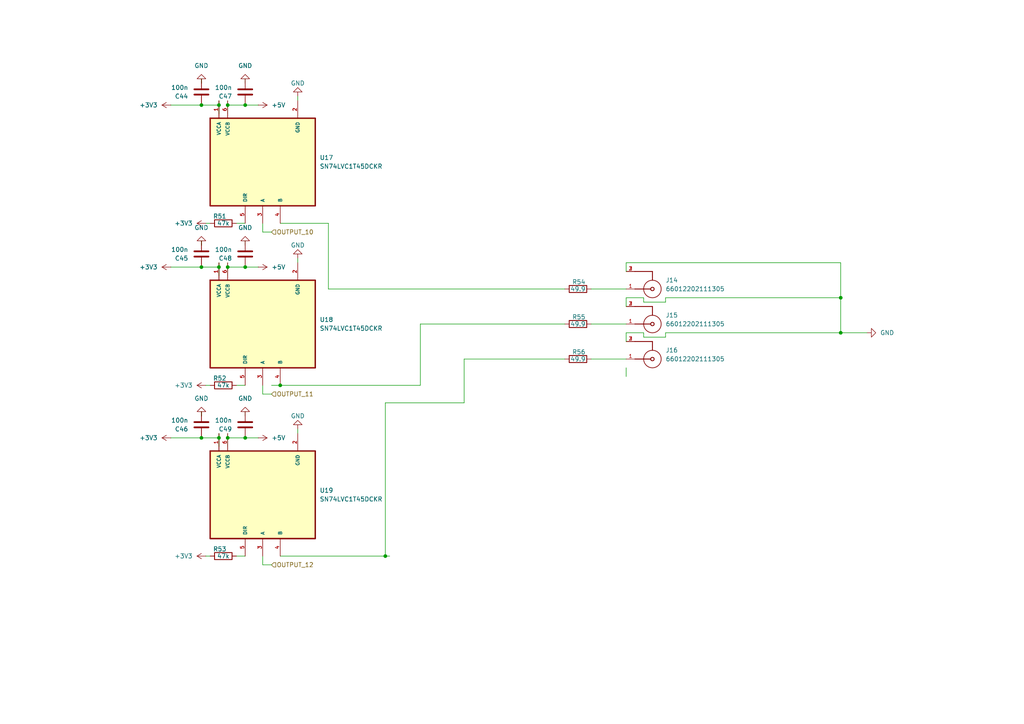
<source format=kicad_sch>
(kicad_sch (version 20250114) (generator "eeschema") (generator_version "9.0")
  (paper "A4")
  (title_block (title "OpenSync Output Ports 10 to 12") (date "2025-11-18") (rev "0.1") (company "OpenPIV Consortium"))
  (lib_symbols
    (symbol "66012202111305:66012202111305" (pin_names (offset 1.016))
      (property "Reference" "J" (at 0 3.54 0))
      (property "Value" "66012202111305" (at -5.08 -8.08 0))
      (symbol "66012202111305_0_0"
        (circle (center 0 0) (radius 0.5) (stroke (width 0.254)))
        (circle (center 0 0) (radius 2.54) (stroke (width 0.2)))
        (polyline (pts (xy 0 -2.54) (xy 0 -5.08)) (stroke (width 0.254)))
        (polyline (pts (xy 0 -5.08) (xy 5.08 -5.08)) (stroke (width 0.254)))
        (polyline (pts (xy 5.08 0) (xy 0.54 0)) (stroke (width 0.254)))
        (pin passive line (at 7.62 0 180) (length 2.54) (name "~") (number "1"))
        (pin passive line (at 7.62 -5.08 180) (length 2.54) (name "~") (number "2"))
        (pin passive line (at 7.62 -5.08 180) (length 2.54) (name "~") (number "3"))
      )
    )
    (symbol "Device:C" (pin_numbers (hide yes)) (pin_names (offset 0.254))
      (property "Reference" "C" (at 0.635 2.54 0))
      (property "Value" "C" (at 0.635 -2.54 0))
      (symbol "C_0_1"
        (polyline (pts (xy -2.032 0.762) (xy 2.032 0.762)) (stroke (width 0.508)))
        (polyline (pts (xy -2.032 -0.762) (xy 2.032 -0.762)) (stroke (width 0.508)))
      )
      (symbol "C_1_1"
        (pin passive line (at 0 3.81 270) (length 2.794) (name "~") (number "1"))
        (pin passive line (at 0 -3.81 90) (length 2.794) (name "~") (number "2"))
      )
    )
    (symbol "Device:R" (pin_numbers (hide yes)) (pin_names (offset 0))
      (property "Reference" "R" (at 2.032 0 90))
      (property "Value" "R" (at 0 0 90))
      (symbol "R_0_1"
        (rectangle (start -1.016 -2.54) (end 1.016 2.54) (stroke (width 0.254)))
      )
      (symbol "R_1_1"
        (pin passive line (at 0 3.81 270) (length 1.27) (name "~") (number "1"))
        (pin passive line (at 0 -3.81 90) (length 1.27) (name "~") (number "2"))
      )
    )
    (symbol "SN74LVC1T45DCKR:SN74LVC1T45DCKR" (pin_names (offset 1.016))
      (property "Reference" "U" (at -12.7 16.24 0))
      (property "Value" "SN74LVC1T45DCKR" (at -12.7 -19.24 0))
      (symbol "SN74LVC1T45DCKR_0_0"
        (rectangle (start -12.7 -15.24) (end 12.7 15.24) (stroke (width 0.41)) (fill (type background)))
        (pin input line (at -17.78 5.08 0) (length 5.08) (name "DIR") (number "5"))
        (pin bidirectional line (at -17.78 0 0) (length 5.08) (name "A") (number "3"))
        (pin bidirectional line (at -17.78 -5.08 0) (length 5.08) (name "B") (number "4"))
        (pin power_in line (at 17.78 12.7 180) (length 5.08) (name "VCCA") (number "1"))
        (pin power_in line (at 17.78 10.16 180) (length 5.08) (name "VCCB") (number "6"))
        (pin power_in line (at 17.78 -10.16 180) (length 5.08) (name "GND") (number "2"))
      )
    )
    (symbol "power:+3V3" (power) (pin_numbers (hide yes)) (pin_names (offset 0) (hide yes))
      (property "Value" "+3V3" (at 0 3.556 0))
      (symbol "+3V3_0_1"
        (polyline (pts (xy -0.762 1.27) (xy 0 2.54)))
        (polyline (pts (xy 0 2.54) (xy 0.762 1.27)))
        (polyline (pts (xy 0 0) (xy 0 2.54)))
      )
      (symbol "+3V3_1_1"
        (pin power_in line (at 0 0 90) (length 0) (name "~") (number "1"))
      )
    )
    (symbol "power:+5V" (power) (pin_numbers (hide yes)) (pin_names (offset 0) (hide yes))
      (property "Value" "+5V" (at 0 3.556 0))
      (symbol "+5V_0_1"
        (polyline (pts (xy -0.762 1.27) (xy 0 2.54)))
        (polyline (pts (xy 0 2.54) (xy 0.762 1.27)))
        (polyline (pts (xy 0 0) (xy 0 2.54)))
      )
      (symbol "+5V_1_1"
        (pin power_in line (at 0 0 90) (length 0) (name "~") (number "1"))
      )
    )
    (symbol "power:GND" (power) (pin_numbers (hide yes)) (pin_names (offset 0) (hide yes))
      (property "Value" "GND" (at 0 -3.81 0))
      (symbol "GND_0_1"
        (polyline (pts (xy 0 0) (xy 0 -1.27) (xy 1.27 -1.27) (xy 0 -2.54) (xy -1.27 -1.27) (xy 0 -1.27)))
      )
      (symbol "GND_1_1"
        (pin power_in line (at 0 0 270) (length 0) (name "~") (number "1"))
      )
    )
  )
  (junction (at 243.84 86.36))
  (junction (at 58.42 30.48))
  (junction (at 71.12 77.47))
  (junction (at 66.04 77.47))
  (junction (at 66.04 127))
  (junction (at 71.12 127))
  (junction (at 63.5 30.48))
  (junction (at 111.76 161.29))
  (junction (at 81.28 111.76))
  (junction (at 71.12 30.48))
  (junction (at 63.5 127))
  (junction (at 63.5 77.47))
  (junction (at 243.84 96.52))
  (junction (at 66.04 30.48))
  (junction (at 58.42 77.47))
  (junction (at 58.42 127))
  (wire (pts (xy 171.45 83.82) (xy 181.61 83.82)))
  (wire (pts (xy 193.04 86.36) (xy 243.84 86.36)))
  (wire (pts (xy 76.2 111.76) (xy 76.2 114.3)))
  (wire (pts (xy 63.5 33.02) (xy 63.5 30.48)))
  (wire (pts (xy 59.69 64.77) (xy 60.96 64.77)))
  (wire (pts (xy 243.84 86.36) (xy 243.84 96.52)))
  (wire (pts (xy 58.42 24.13) (xy 58.42 22.86)))
  (wire (pts (xy 58.42 77.47) (xy 63.5 77.47)))
  (wire (pts (xy 66.04 30.48) (xy 71.12 30.48)))
  (wire (pts (xy 71.12 24.13) (xy 71.12 22.86)))
  (wire (pts (xy 66.04 127) (xy 66.04 125.73)))
  (wire (pts (xy 121.92 93.98) (xy 163.83 93.98)))
  (wire (pts (xy 76.2 67.31) (xy 78.74 67.31)))
  (wire (pts (xy 76.2 161.29) (xy 76.2 163.83)))
  (wire (pts (xy 66.04 127) (xy 71.12 127)))
  (wire (pts (xy 63.5 80.01) (xy 63.5 77.47)))
  (wire (pts (xy 81.28 111.76) (xy 121.92 111.76)))
  (wire (pts (xy 49.53 30.48) (xy 58.42 30.48)))
  (wire (pts (xy 243.84 76.2) (xy 243.84 86.36)))
  (wire (pts (xy 66.04 30.48) (xy 66.04 29.21)))
  (wire (pts (xy 68.58 161.29) (xy 71.12 161.29)))
  (wire (pts (xy 71.12 71.12) (xy 71.12 69.85)))
  (wire (pts (xy 181.61 88.9) (xy 181.61 86.36)))
  (wire (pts (xy 58.42 30.48) (xy 63.5 30.48)))
  (wire (pts (xy 76.2 64.77) (xy 76.2 67.31)))
  (wire (pts (xy 171.45 93.98) (xy 181.61 93.98)))
  (wire (pts (xy 193.04 96.52) (xy 243.84 96.52)))
  (wire (pts (xy 134.62 104.14) (xy 134.62 116.84)))
  (wire (pts (xy 63.5 127) (xy 63.5 125.73)))
  (wire (pts (xy 111.76 161.29) (xy 111.76 116.84)))
  (wire (pts (xy 59.69 161.29) (xy 60.96 161.29)))
  (wire (pts (xy 66.04 80.01) (xy 66.04 77.47)))
  (wire (pts (xy 76.2 114.3) (xy 78.74 114.3)))
  (wire (pts (xy 186.69 87.63) (xy 193.04 87.63)))
  (wire (pts (xy 66.04 33.02) (xy 66.04 30.48)))
  (wire (pts (xy 71.12 30.48) (xy 74.93 30.48)))
  (wire (pts (xy 111.76 116.84) (xy 134.62 116.84)))
  (wire (pts (xy 81.28 161.29) (xy 111.76 161.29)))
  (wire (pts (xy 68.58 64.77) (xy 71.12 64.77)))
  (wire (pts (xy 186.69 86.36) (xy 186.69 87.63)))
  (wire (pts (xy 111.76 161.29) (xy 113.03 161.29)))
  (wire (pts (xy 193.04 97.79) (xy 193.04 96.52)))
  (wire (pts (xy 121.92 111.76) (xy 121.92 93.98)))
  (wire (pts (xy 63.5 30.48) (xy 63.5 29.21)))
  (wire (pts (xy 71.12 77.47) (xy 74.93 77.47)))
  (wire (pts (xy 181.61 96.52) (xy 186.69 96.52)))
  (wire (pts (xy 86.36 27.94) (xy 86.36 29.21)))
  (wire (pts (xy 193.04 87.63) (xy 193.04 86.36)))
  (wire (pts (xy 66.04 77.47) (xy 66.04 76.2)))
  (wire (pts (xy 243.84 96.52) (xy 251.46 96.52)))
  (wire (pts (xy 58.42 127) (xy 63.5 127)))
  (wire (pts (xy 86.36 124.46) (xy 86.36 125.73)))
  (wire (pts (xy 181.61 86.36) (xy 186.69 86.36)))
  (wire (pts (xy 86.36 74.93) (xy 86.36 76.2)))
  (wire (pts (xy 71.12 127) (xy 74.93 127)))
  (wire (pts (xy 95.25 83.82) (xy 163.83 83.82)))
  (wire (pts (xy 95.25 64.77) (xy 95.25 83.82)))
  (wire (pts (xy 181.61 76.2) (xy 243.84 76.2)))
  (wire (pts (xy 68.58 111.76) (xy 71.12 111.76)))
  (wire (pts (xy 59.69 111.76) (xy 60.96 111.76)))
  (wire (pts (xy 171.45 104.14) (xy 181.61 104.14)))
  (wire (pts (xy 181.61 109.22) (xy 181.61 106.68)))
  (wire (pts (xy 58.42 120.65) (xy 58.42 119.38)))
  (wire (pts (xy 49.53 77.47) (xy 58.42 77.47)))
  (wire (pts (xy 181.61 78.74) (xy 181.61 76.2)))
  (wire (pts (xy 49.53 127) (xy 58.42 127)))
  (wire (pts (xy 66.04 129.54) (xy 66.04 127)))
  (wire (pts (xy 76.2 163.83) (xy 78.74 163.83)))
  (wire (pts (xy 71.12 120.65) (xy 71.12 119.38)))
  (wire (pts (xy 63.5 129.54) (xy 63.5 127)))
  (wire (pts (xy 186.69 96.52) (xy 186.69 97.79)))
  (wire (pts (xy 181.61 99.06) (xy 181.61 96.52)))
  (wire (pts (xy 95.25 64.77) (xy 81.28 64.77)))
  (wire (pts (xy 63.5 77.47) (xy 63.5 76.2)))
  (wire (pts (xy 58.42 71.12) (xy 58.42 69.85)))
  (wire (pts (xy 66.04 77.47) (xy 71.12 77.47)))
  (wire (pts (xy 134.62 104.14) (xy 163.83 104.14)))
  (wire (pts (xy 186.69 97.79) (xy 193.04 97.79)))
  (wire (pts (xy 78.74 111.76) (xy 81.28 111.76)))
  (hierarchical_label "OUTPUT_12" (shape input) (at 78.74 163.83 0))
  (hierarchical_label "OUTPUT_10" (shape input) (at 78.74 67.31 0))
  (hierarchical_label "OUTPUT_11" (shape input) (at 78.74 114.3 0))
  (symbol (lib_id "Device:R") (at 167.64 104.14 90) (unit 1)
    (property "Reference" "R56" (at 167.894 102.108 90))
    (property "Value" "49.9" (at 167.64 104.14 90))
    (property "Footprint" "Resistor_SMD:R_0402_1005Metric" (effects (hide yes)))
    (property "Description" "Resistor" (effects (hide yes)))
  )
  (symbol (lib_id "SN74LVC1T45DCKR:SN74LVC1T45DCKR") (at 76.2 46.99 90) (unit 1)
    (property "Reference" "U17" (at 92.71 45.7199 90) (effects (justify right)))
    (property "Value" "SN74LVC1T45DCKR" (at 92.71 48.2599 90) (effects (justify right)))
    (property "Footprint" "SN74LVC1T45DCKR:SOT65P210X110-6N" (effects (hide yes)))
  )
  (symbol (lib_id "SN74LVC1T45DCKR:SN74LVC1T45DCKR") (at 76.2 93.98 90) (unit 1)
    (property "Reference" "U18" (at 92.71 92.7099 90) (effects (justify right)))
    (property "Value" "SN74LVC1T45DCKR" (at 92.71 95.2499 90) (effects (justify right)))
    (property "Footprint" "SN74LVC1T45DCKR:SOT65P210X110-6N" (effects (hide yes)))
  )
  (symbol (lib_id "66012202111305:66012202111305") (at 189.23 83.82 180) (unit 1)
    (property "Reference" "J14" (at 193.04 81.2664 0) (effects (justify right)))
    (property "Value" "66012202111305" (at 193.04 83.8064 0) (effects (justify right)))
    (property "Footprint" "66012202111305:66012202111305" (effects (hide yes)))
  )
  (symbol (lib_id "Device:R") (at 167.64 83.82 90) (unit 1)
    (property "Reference" "R54" (at 167.894 81.788 90))
    (property "Value" "49.9" (at 167.64 83.82 90))
    (property "Footprint" "Resistor_SMD:R_0402_1005Metric" (effects (hide yes)))
    (property "Description" "Resistor" (effects (hide yes)))
  )
  (symbol (lib_id "power:GND") (at 58.42 24.13 180) (unit 1)
    (property "Reference" "#PWR0123" (effects (hide yes)))
    (property "Value" "GND" (at 58.42 19.05 0))
    (property "Description" "Power symbol creates a global label with name \"GND\" , ground" (effects (hide yes)))
  )
  (symbol (lib_id "power:GND") (at 71.12 71.12 180) (unit 1)
    (property "Reference" "#PWR0128" (effects (hide yes)))
    (property "Value" "GND" (at 71.12 66.04 0))
    (property "Description" "Power symbol creates a global label with name \"GND\" , ground" (effects (hide yes)))
  )
  (symbol (lib_id "Device:R") (at 64.77 64.77 90) (unit 1)
    (property "Reference" "R51" (at 63.754 62.738 90))
    (property "Value" "47k" (at 64.77 64.77 90))
    (property "Footprint" "Resistor_SMD:R_0402_1005Metric" (effects (hide yes)))
    (property "Description" "Resistor" (effects (hide yes)))
  )
  (symbol (lib_id "Device:C") (at 58.42 73.66 180) (unit 1)
    (property "Reference" "C45" (at 54.61 74.9301 0) (effects (justify left)))
    (property "Value" "100n" (at 54.61 72.3901 0) (effects (justify left)))
    (property "Footprint" "RP2350_80QFN_minimal:C_0402_1005Metric_small_pads" (effects (hide yes)))
    (property "Description" "Unpolarized capacitor" (effects (hide yes)))
  )
  (symbol (lib_id "Device:R") (at 64.77 111.76 90) (unit 1)
    (property "Reference" "R52" (at 63.754 109.728 90))
    (property "Value" "47k" (at 64.77 111.76 90))
    (property "Footprint" "Resistor_SMD:R_0402_1005Metric" (effects (hide yes)))
    (property "Description" "Resistor" (effects (hide yes)))
  )
  (symbol (lib_id "power:GND") (at 86.36 124.46 180) (unit 1)
    (property "Reference" "#PWR0136" (effects (hide yes)))
    (property "Value" "GND" (at 86.36 120.65 0))
    (property "Description" "Power symbol creates a global label with name \"GND\" , ground" (effects (hide yes)))
  )
  (symbol (lib_id "power:+3V3") (at 49.53 77.47 90) (unit 1)
    (property "Reference" "#PWR0120" (effects (hide yes)))
    (property "Value" "+3V3" (at 45.72 77.4699 90) (effects (justify left)))
    (property "Description" "Power symbol creates a global label with name \"+3V3\"" (effects (hide yes)))
  )
  (symbol (lib_id "Device:C") (at 58.42 123.19 180) (unit 1)
    (property "Reference" "C46" (at 54.61 124.4601 0) (effects (justify left)))
    (property "Value" "100n" (at 54.61 121.9201 0) (effects (justify left)))
    (property "Footprint" "RP2350_80QFN_minimal:C_0402_1005Metric_small_pads" (effects (hide yes)))
    (property "Description" "Unpolarized capacitor" (effects (hide yes)))
  )
  (symbol (lib_id "power:+3V3") (at 49.53 30.48 90) (unit 1)
    (property "Reference" "#PWR0119" (effects (hide yes)))
    (property "Value" "+3V3" (at 45.72 30.4799 90) (effects (justify left)))
    (property "Description" "Power symbol creates a global label with name \"+3V3\"" (effects (hide yes)))
  )
  (symbol (lib_id "Device:C") (at 58.42 26.67 180) (unit 1)
    (property "Reference" "C44" (at 54.61 27.9401 0) (effects (justify left)))
    (property "Value" "100n" (at 54.61 25.4001 0) (effects (justify left)))
    (property "Footprint" "RP2350_80QFN_minimal:C_0402_1005Metric_small_pads" (effects (hide yes)))
    (property "Description" "Unpolarized capacitor" (effects (hide yes)))
  )
  (symbol (lib_id "Device:R") (at 64.77 161.29 90) (unit 1)
    (property "Reference" "R53" (at 63.754 159.258 90))
    (property "Value" "47k" (at 64.77 161.29 90))
    (property "Footprint" "Resistor_SMD:R_0402_1005Metric" (effects (hide yes)))
    (property "Description" "Resistor" (effects (hide yes)))
  )
  (symbol (lib_id "66012202111305:66012202111305") (at 189.23 104.14 180) (unit 1)
    (property "Reference" "J16" (at 193.04 101.5864 0) (effects (justify right)))
    (property "Value" "66012202111305" (at 193.04 104.1264 0) (effects (justify right)))
    (property "Footprint" "66012202111305:66012202111305" (effects (hide yes)))
  )
  (symbol (lib_id "power:GND") (at 86.36 27.94 180) (unit 1)
    (property "Reference" "#PWR0134" (effects (hide yes)))
    (property "Value" "GND" (at 86.36 24.13 0))
    (property "Description" "Power symbol creates a global label with name \"GND\" , ground" (effects (hide yes)))
  )
  (symbol (lib_id "power:+3V3") (at 59.69 64.77 90) (unit 1)
    (property "Reference" "#PWR0125" (effects (hide yes)))
    (property "Value" "+3V3" (at 55.88 64.7699 90) (effects (justify left)))
    (property "Description" "Power symbol creates a global label with name \"+3V3\"" (effects (hide yes)))
  )
  (symbol (lib_id "power:+5V") (at 74.93 127 270) (unit 1)
    (property "Reference" "#PWR0133" (effects (hide yes)))
    (property "Value" "+5V" (at 78.74 126.9999 90) (effects (justify left)))
    (property "Description" "Power symbol creates a global label with name \"+5V\"" (effects (hide yes)))
  )
  (symbol (lib_id "power:GND") (at 58.42 71.12 180) (unit 1)
    (property "Reference" "#PWR0122" (effects (hide yes)))
    (property "Value" "GND" (at 58.42 66.04 0))
    (property "Description" "Power symbol creates a global label with name \"GND\" , ground" (effects (hide yes)))
  )
  (symbol (lib_id "SN74LVC1T45DCKR:SN74LVC1T45DCKR") (at 76.2 143.51 90) (unit 1)
    (property "Reference" "U19" (at 92.71 142.2399 90) (effects (justify right)))
    (property "Value" "SN74LVC1T45DCKR" (at 92.71 144.7799 90) (effects (justify right)))
    (property "Footprint" "SN74LVC1T45DCKR:SOT65P210X110-6N" (effects (hide yes)))
  )
  (symbol (lib_id "power:+5V") (at 74.93 77.47 270) (unit 1)
    (property "Reference" "#PWR0132" (effects (hide yes)))
    (property "Value" "+5V" (at 78.74 77.4699 90) (effects (justify left)))
    (property "Description" "Power symbol creates a global label with name \"+5V\"" (effects (hide yes)))
  )
  (symbol (lib_id "power:GND") (at 58.42 120.65 180) (unit 1)
    (property "Reference" "#PWR0124" (effects (hide yes)))
    (property "Value" "GND" (at 58.42 115.57 0))
    (property "Description" "Power symbol creates a global label with name \"GND\" , ground" (effects (hide yes)))
  )
  (symbol (lib_id "Device:R") (at 167.64 93.98 90) (unit 1)
    (property "Reference" "R55" (at 167.894 91.948 90))
    (property "Value" "49.9" (at 167.64 93.98 90))
    (property "Footprint" "Resistor_SMD:R_0402_1005Metric" (effects (hide yes)))
    (property "Description" "Resistor" (effects (hide yes)))
  )
  (symbol (lib_id "power:+3V3") (at 59.69 111.76 90) (unit 1)
    (property "Reference" "#PWR0126" (effects (hide yes)))
    (property "Value" "+3V3" (at 55.88 111.7599 90) (effects (justify left)))
    (property "Description" "Power symbol creates a global label with name \"+3V3\"" (effects (hide yes)))
  )
  (symbol (lib_id "power:GND") (at 71.12 24.13 180) (unit 1)
    (property "Reference" "#PWR0129" (effects (hide yes)))
    (property "Value" "GND" (at 71.12 19.05 0))
    (property "Description" "Power symbol creates a global label with name \"GND\" , ground" (effects (hide yes)))
  )
  (symbol (lib_id "66012202111305:66012202111305") (at 189.23 93.98 180) (unit 1)
    (property "Reference" "J15" (at 193.04 91.4264 0) (effects (justify right)))
    (property "Value" "66012202111305" (at 193.04 93.9664 0) (effects (justify right)))
    (property "Footprint" "66012202111305:66012202111305" (effects (hide yes)))
  )
  (symbol (lib_id "power:+3V3") (at 59.69 161.29 90) (unit 1)
    (property "Reference" "#PWR0127" (effects (hide yes)))
    (property "Value" "+3V3" (at 55.88 161.2899 90) (effects (justify left)))
    (property "Description" "Power symbol creates a global label with name \"+3V3\"" (effects (hide yes)))
  )
  (symbol (lib_id "power:+5V") (at 74.93 30.48 270) (unit 1)
    (property "Reference" "#PWR0131" (effects (hide yes)))
    (property "Value" "+5V" (at 78.74 30.4799 90) (effects (justify left)))
    (property "Description" "Power symbol creates a global label with name \"+5V\"" (effects (hide yes)))
  )
  (symbol (lib_id "Device:C") (at 71.12 73.66 180) (unit 1)
    (property "Reference" "C48" (at 67.31 74.9301 0) (effects (justify left)))
    (property "Value" "100n" (at 67.31 72.3901 0) (effects (justify left)))
    (property "Footprint" "RP2350_80QFN_minimal:C_0402_1005Metric_small_pads" (effects (hide yes)))
    (property "Description" "Unpolarized capacitor" (effects (hide yes)))
  )
  (symbol (lib_id "power:GND") (at 251.46 96.52 90) (unit 1)
    (property "Reference" "#PWR0137" (effects (hide yes)))
    (property "Value" "GND" (at 255.27 96.5199 90) (effects (justify right)))
    (property "Description" "Power symbol creates a global label with name \"GND\" , ground" (effects (hide yes)))
  )
  (symbol (lib_id "power:GND") (at 71.12 120.65 180) (unit 1)
    (property "Reference" "#PWR0130" (effects (hide yes)))
    (property "Value" "GND" (at 71.12 115.57 0))
    (property "Description" "Power symbol creates a global label with name \"GND\" , ground" (effects (hide yes)))
  )
  (symbol (lib_id "Device:C") (at 71.12 26.67 180) (unit 1)
    (property "Reference" "C47" (at 67.31 27.9401 0) (effects (justify left)))
    (property "Value" "100n" (at 67.31 25.4001 0) (effects (justify left)))
    (property "Footprint" "RP2350_80QFN_minimal:C_0402_1005Metric_small_pads" (effects (hide yes)))
    (property "Description" "Unpolarized capacitor" (effects (hide yes)))
  )
  (symbol (lib_id "power:GND") (at 86.36 74.93 180) (unit 1)
    (property "Reference" "#PWR0135" (effects (hide yes)))
    (property "Value" "GND" (at 86.36 71.12 0))
    (property "Description" "Power symbol creates a global label with name \"GND\" , ground" (effects (hide yes)))
  )
  (symbol (lib_id "Device:C") (at 71.12 123.19 180) (unit 1)
    (property "Reference" "C49" (at 67.31 124.4601 0) (effects (justify left)))
    (property "Value" "100n" (at 67.31 121.9201 0) (effects (justify left)))
    (property "Footprint" "RP2350_80QFN_minimal:C_0402_1005Metric_small_pads" (effects (hide yes)))
    (property "Description" "Unpolarized capacitor" (effects (hide yes)))
  )
  (symbol (lib_id "power:+3V3") (at 49.53 127 90) (unit 1)
    (property "Reference" "#PWR0121" (effects (hide yes)))
    (property "Value" "+3V3" (at 45.72 126.9999 90) (effects (justify left)))
    (property "Description" "Power symbol creates a global label with name \"+3V3\"" (effects (hide yes)))
  )
)
</source>
